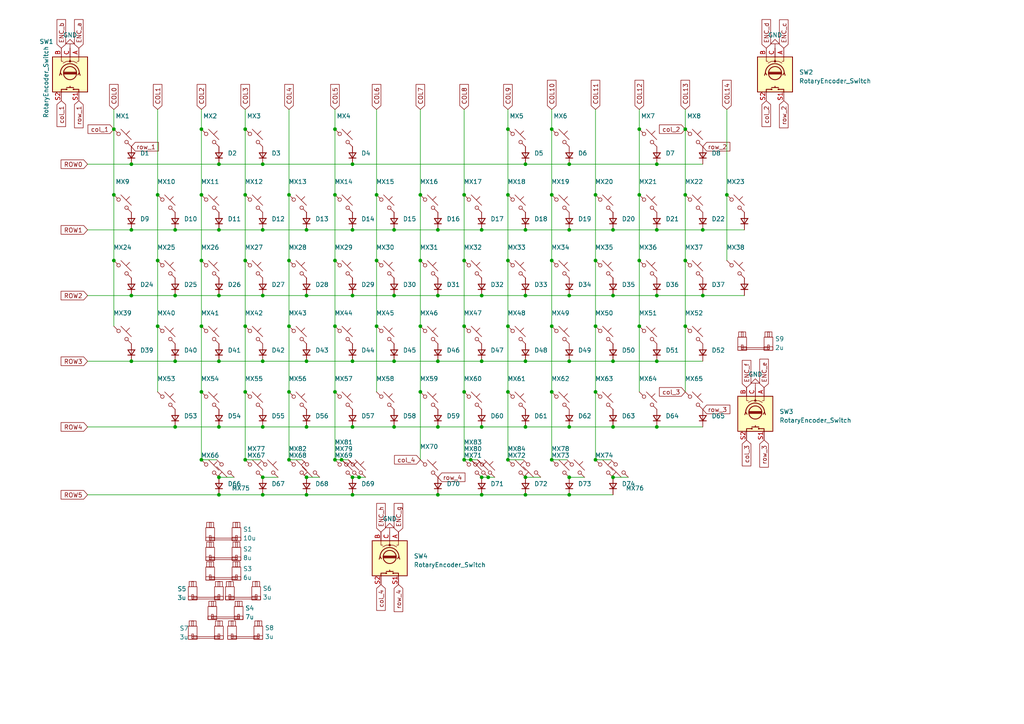
<source format=kicad_sch>
(kicad_sch (version 20230121) (generator eeschema)
  (paper "A4")
  (junction (at 152.4 66.675))
  (junction (at 172.72 75.565))
  (junction (at 190.5 104.775))
  (junction (at 71.12 37.465))
  (junction (at 114.3 123.825))
  (junction (at 76.2 47.625))
  (junction (at 50.8 85.725))
  (junction (at 97.155 37.465))
  (junction (at 102.235 143.51))
  (junction (at 210.82 56.515))
  (junction (at 109.22 75.565))
  (junction (at 165.1 123.825))
  (junction (at 160.02 133.35))
  (junction (at 160.02 56.515))
  (junction (at 185.42 94.615))
  (junction (at 88.9 66.675))
  (junction (at 58.42 113.665))
  (junction (at 177.8 66.675))
  (junction (at 76.2 123.825))
  (junction (at 58.42 94.615))
  (junction (at 50.8 66.675))
  (junction (at 102.235 85.725))
  (junction (at 63.5 104.775))
  (junction (at 88.9 143.51))
  (junction (at 97.155 56.515))
  (junction (at 76.2 85.725))
  (junction (at 147.32 75.565))
  (junction (at 203.835 85.725))
  (junction (at 147.32 113.665))
  (junction (at 45.72 94.615))
  (junction (at 165.1 66.675))
  (junction (at 160.02 37.465))
  (junction (at 76.2 143.51))
  (junction (at 50.8 104.775))
  (junction (at 104.14 138.43))
  (junction (at 185.42 37.465))
  (junction (at 139.7 85.725))
  (junction (at 102.235 123.825))
  (junction (at 109.22 94.615))
  (junction (at 198.755 94.615))
  (junction (at 121.92 113.665))
  (junction (at 45.72 56.515))
  (junction (at 190.5 123.825))
  (junction (at 139.7 66.675))
  (junction (at 134.62 133.35))
  (junction (at 203.835 66.675))
  (junction (at 177.8 138.43))
  (junction (at 45.72 75.565))
  (junction (at 177.8 85.725))
  (junction (at 97.155 133.35))
  (junction (at 114.3 104.775))
  (junction (at 33.02 75.565))
  (junction (at 127 104.775))
  (junction (at 165.1 47.625))
  (junction (at 198.755 37.465))
  (junction (at 190.5 85.725))
  (junction (at 127 66.675))
  (junction (at 63.5 47.625))
  (junction (at 33.02 56.515))
  (junction (at 88.9 104.775))
  (junction (at 63.5 138.43))
  (junction (at 152.4 104.775))
  (junction (at 102.235 47.625))
  (junction (at 58.42 37.465))
  (junction (at 139.7 138.43))
  (junction (at 58.42 133.35))
  (junction (at 198.755 56.515))
  (junction (at 97.155 94.615))
  (junction (at 99.06 133.35))
  (junction (at 141.605 138.43))
  (junction (at 63.5 85.725))
  (junction (at 136.525 133.35))
  (junction (at 160.02 113.665))
  (junction (at 38.1 47.625))
  (junction (at 177.8 104.775))
  (junction (at 63.5 123.825))
  (junction (at 83.82 94.615))
  (junction (at 160.02 94.615))
  (junction (at 147.32 94.615))
  (junction (at 165.1 143.51))
  (junction (at 198.755 75.565))
  (junction (at 97.155 113.665))
  (junction (at 50.8 123.825))
  (junction (at 147.32 56.515))
  (junction (at 83.82 133.35))
  (junction (at 139.7 143.51))
  (junction (at 71.12 94.615))
  (junction (at 185.42 75.565))
  (junction (at 152.4 123.825))
  (junction (at 76.2 66.675))
  (junction (at 114.3 66.675))
  (junction (at 134.62 75.565))
  (junction (at 127 143.51))
  (junction (at 88.9 123.825))
  (junction (at 152.4 143.51))
  (junction (at 172.72 56.515))
  (junction (at 58.42 56.515))
  (junction (at 160.02 75.565))
  (junction (at 33.02 37.465))
  (junction (at 102.235 66.675))
  (junction (at 172.72 94.615))
  (junction (at 121.92 75.565))
  (junction (at 76.2 138.43))
  (junction (at 147.32 37.465))
  (junction (at 83.82 56.515))
  (junction (at 172.72 133.35))
  (junction (at 88.9 138.43))
  (junction (at 172.72 113.665))
  (junction (at 139.7 104.775))
  (junction (at 63.5 143.51))
  (junction (at 165.1 138.43))
  (junction (at 165.1 104.775))
  (junction (at 114.3 85.725))
  (junction (at 177.8 123.825))
  (junction (at 83.82 113.665))
  (junction (at 152.4 47.625))
  (junction (at 76.2 104.775))
  (junction (at 38.1 85.725))
  (junction (at 83.82 75.565))
  (junction (at 152.4 138.43))
  (junction (at 121.92 56.515))
  (junction (at 127 85.725))
  (junction (at 121.92 94.615))
  (junction (at 185.42 56.515))
  (junction (at 134.62 56.515))
  (junction (at 109.22 56.515))
  (junction (at 147.32 133.35))
  (junction (at 71.12 75.565))
  (junction (at 102.235 138.43))
  (junction (at 134.62 94.615))
  (junction (at 88.9 85.725))
  (junction (at 58.42 75.565))
  (junction (at 134.62 113.665))
  (junction (at 102.235 104.775))
  (junction (at 139.7 123.825))
  (junction (at 71.12 56.515))
  (junction (at 190.5 66.675))
  (junction (at 190.5 47.625))
  (junction (at 38.1 104.775))
  (junction (at 71.12 113.665))
  (junction (at 97.155 75.565))
  (junction (at 152.4 85.725))
  (junction (at 63.5 66.675))
  (junction (at 127 123.825))
  (junction (at 71.12 133.35))
  (junction (at 165.1 85.725))
  (junction (at 38.1 66.675))
  (wire (pts (xy 152.4 143.51) (xy 165.1 143.51)))
  (wire (pts (xy 152.4 104.775) (xy 165.1 104.775)))
  (wire (pts (xy 147.32 75.565) (xy 147.32 94.615)))
  (wire (pts (xy 63.5 143.51) (xy 76.2 143.51)))
  (wire (pts (xy 121.92 75.565) (xy 121.92 94.615)))
  (wire (pts (xy 160.02 37.465) (xy 160.02 56.515)))
  (wire (pts (xy 58.42 94.615) (xy 58.42 113.665)))
  (wire (pts (xy 25.4 85.725) (xy 38.1 85.725)))
  (wire (pts (xy 102.235 143.51) (xy 127 143.51)))
  (wire (pts (xy 160.02 113.665) (xy 160.02 133.35)))
  (wire (pts (xy 121.92 31.75) (xy 121.92 56.515)))
  (wire (pts (xy 109.22 75.565) (xy 109.22 94.615)))
  (wire (pts (xy 127 85.725) (xy 139.7 85.725)))
  (wire (pts (xy 102.235 123.825) (xy 114.3 123.825)))
  (wire (pts (xy 88.9 143.51) (xy 102.235 143.51)))
  (wire (pts (xy 83.82 113.665) (xy 83.82 133.35)))
  (wire (pts (xy 177.8 104.775) (xy 190.5 104.775)))
  (wire (pts (xy 71.12 75.565) (xy 71.12 94.615)))
  (wire (pts (xy 134.62 94.615) (xy 134.62 113.665)))
  (wire (pts (xy 198.755 75.565) (xy 198.755 94.615)))
  (wire (pts (xy 63.5 123.825) (xy 76.2 123.825)))
  (wire (pts (xy 114.3 85.725) (xy 127 85.725)))
  (wire (pts (xy 97.155 133.35) (xy 99.06 133.35)))
  (wire (pts (xy 210.82 56.515) (xy 210.82 75.565)))
  (wire (pts (xy 190.5 104.775) (xy 203.835 104.775)))
  (wire (pts (xy 121.92 113.665) (xy 121.92 133.35)))
  (wire (pts (xy 33.02 75.565) (xy 33.02 94.615)))
  (wire (pts (xy 165.1 47.625) (xy 190.5 47.625)))
  (wire (pts (xy 139.7 143.51) (xy 152.4 143.51)))
  (wire (pts (xy 160.02 31.75) (xy 160.02 37.465)))
  (wire (pts (xy 165.1 143.51) (xy 177.8 143.51)))
  (wire (pts (xy 147.32 113.665) (xy 147.32 133.35)))
  (wire (pts (xy 172.72 94.615) (xy 172.72 113.665)))
  (wire (pts (xy 33.02 31.75) (xy 33.02 37.465)))
  (wire (pts (xy 25.4 66.675) (xy 38.1 66.675)))
  (wire (pts (xy 33.02 56.515) (xy 33.02 75.565)))
  (wire (pts (xy 165.1 123.825) (xy 177.8 123.825)))
  (wire (pts (xy 50.8 85.725) (xy 63.5 85.725)))
  (wire (pts (xy 97.155 94.615) (xy 97.155 113.665)))
  (wire (pts (xy 139.7 104.775) (xy 152.4 104.775)))
  (wire (pts (xy 88.9 104.775) (xy 102.235 104.775)))
  (wire (pts (xy 121.92 94.615) (xy 121.92 113.665)))
  (wire (pts (xy 198.755 56.515) (xy 198.755 75.565)))
  (wire (pts (xy 88.9 85.725) (xy 102.235 85.725)))
  (wire (pts (xy 177.8 85.725) (xy 190.5 85.725)))
  (wire (pts (xy 134.62 113.665) (xy 134.62 133.35)))
  (wire (pts (xy 147.32 56.515) (xy 147.32 75.565)))
  (wire (pts (xy 114.3 66.675) (xy 127 66.675)))
  (wire (pts (xy 50.8 66.675) (xy 63.5 66.675)))
  (wire (pts (xy 185.42 94.615) (xy 185.42 113.665)))
  (wire (pts (xy 63.5 47.625) (xy 76.2 47.625)))
  (wire (pts (xy 127 143.51) (xy 139.7 143.51)))
  (wire (pts (xy 152.4 123.825) (xy 165.1 123.825)))
  (wire (pts (xy 109.22 31.75) (xy 109.22 56.515)))
  (wire (pts (xy 83.82 94.615) (xy 83.82 113.665)))
  (wire (pts (xy 147.32 37.465) (xy 147.32 56.515)))
  (wire (pts (xy 102.235 85.725) (xy 114.3 85.725)))
  (wire (pts (xy 99.06 133.35) (xy 100.965 133.35)))
  (wire (pts (xy 172.72 133.35) (xy 177.165 133.35)))
  (wire (pts (xy 190.5 47.625) (xy 203.835 47.625)))
  (wire (pts (xy 58.42 37.465) (xy 58.42 56.515)))
  (wire (pts (xy 71.12 133.35) (xy 75.565 133.35)))
  (wire (pts (xy 165.1 138.43) (xy 169.545 138.43)))
  (wire (pts (xy 45.72 56.515) (xy 45.72 75.565)))
  (wire (pts (xy 25.4 47.625) (xy 38.1 47.625)))
  (wire (pts (xy 50.8 123.825) (xy 63.5 123.825)))
  (wire (pts (xy 203.835 85.725) (xy 215.9 85.725)))
  (wire (pts (xy 172.72 75.565) (xy 172.72 94.615)))
  (wire (pts (xy 97.155 75.565) (xy 97.155 94.615)))
  (wire (pts (xy 185.42 31.75) (xy 185.42 37.465)))
  (wire (pts (xy 97.155 56.515) (xy 97.155 75.565)))
  (wire (pts (xy 71.12 37.465) (xy 71.12 56.515)))
  (wire (pts (xy 198.755 31.75) (xy 198.755 37.465)))
  (wire (pts (xy 45.72 31.75) (xy 45.72 56.515)))
  (wire (pts (xy 147.32 133.35) (xy 151.765 133.35)))
  (wire (pts (xy 185.42 75.565) (xy 185.42 94.615)))
  (wire (pts (xy 177.8 138.43) (xy 182.245 138.43)))
  (wire (pts (xy 160.02 56.515) (xy 160.02 75.565)))
  (wire (pts (xy 139.7 85.725) (xy 152.4 85.725)))
  (wire (pts (xy 97.155 31.75) (xy 97.155 37.465)))
  (wire (pts (xy 71.12 113.665) (xy 71.12 133.35)))
  (wire (pts (xy 45.72 75.565) (xy 45.72 94.615)))
  (wire (pts (xy 58.42 113.665) (xy 58.42 133.35)))
  (wire (pts (xy 88.9 138.43) (xy 92.71 138.43)))
  (wire (pts (xy 38.1 85.725) (xy 50.8 85.725)))
  (wire (pts (xy 88.9 123.825) (xy 102.235 123.825)))
  (wire (pts (xy 147.32 31.75) (xy 147.32 37.465)))
  (wire (pts (xy 160.02 75.565) (xy 160.02 94.615)))
  (wire (pts (xy 185.42 56.515) (xy 185.42 75.565)))
  (wire (pts (xy 127 123.825) (xy 139.7 123.825)))
  (wire (pts (xy 102.235 138.43) (xy 104.14 138.43)))
  (wire (pts (xy 139.7 138.43) (xy 141.605 138.43)))
  (wire (pts (xy 160.02 94.615) (xy 160.02 113.665)))
  (wire (pts (xy 139.7 66.675) (xy 152.4 66.675)))
  (wire (pts (xy 63.5 85.725) (xy 76.2 85.725)))
  (wire (pts (xy 165.1 85.725) (xy 177.8 85.725)))
  (wire (pts (xy 102.235 66.675) (xy 114.3 66.675)))
  (wire (pts (xy 177.8 123.825) (xy 190.5 123.825)))
  (wire (pts (xy 134.62 31.75) (xy 134.62 56.515)))
  (wire (pts (xy 152.4 85.725) (xy 165.1 85.725)))
  (wire (pts (xy 172.72 31.75) (xy 172.72 56.515)))
  (wire (pts (xy 71.12 31.75) (xy 71.12 37.465)))
  (wire (pts (xy 71.12 94.615) (xy 71.12 113.665)))
  (wire (pts (xy 76.2 66.675) (xy 88.9 66.675)))
  (wire (pts (xy 121.92 56.515) (xy 121.92 75.565)))
  (wire (pts (xy 38.1 66.675) (xy 50.8 66.675)))
  (wire (pts (xy 76.2 143.51) (xy 88.9 143.51)))
  (wire (pts (xy 102.235 47.625) (xy 152.4 47.625)))
  (wire (pts (xy 102.235 104.775) (xy 114.3 104.775)))
  (wire (pts (xy 38.1 104.775) (xy 50.8 104.775)))
  (wire (pts (xy 38.1 47.625) (xy 63.5 47.625)))
  (wire (pts (xy 198.755 94.615) (xy 198.755 113.665)))
  (wire (pts (xy 63.5 138.43) (xy 67.945 138.43)))
  (wire (pts (xy 25.4 104.775) (xy 38.1 104.775)))
  (wire (pts (xy 165.1 104.775) (xy 177.8 104.775)))
  (wire (pts (xy 76.2 104.775) (xy 88.9 104.775)))
  (wire (pts (xy 83.82 56.515) (xy 83.82 75.565)))
  (wire (pts (xy 136.525 133.35) (xy 138.43 133.35)))
  (wire (pts (xy 88.9 66.675) (xy 102.235 66.675)))
  (wire (pts (xy 25.4 143.51) (xy 63.5 143.51)))
  (wire (pts (xy 172.72 113.665) (xy 172.72 133.35)))
  (wire (pts (xy 58.42 31.75) (xy 58.42 37.465)))
  (wire (pts (xy 127 104.775) (xy 139.7 104.775)))
  (wire (pts (xy 127 66.675) (xy 139.7 66.675)))
  (wire (pts (xy 141.605 138.43) (xy 143.51 138.43)))
  (wire (pts (xy 114.3 104.775) (xy 127 104.775)))
  (wire (pts (xy 76.2 123.825) (xy 88.9 123.825)))
  (wire (pts (xy 97.155 37.465) (xy 97.155 56.515)))
  (wire (pts (xy 83.82 31.75) (xy 83.82 56.515)))
  (wire (pts (xy 58.42 75.565) (xy 58.42 94.615)))
  (wire (pts (xy 104.14 138.43) (xy 106.045 138.43)))
  (wire (pts (xy 210.82 31.75) (xy 210.82 56.515)))
  (wire (pts (xy 83.82 75.565) (xy 83.82 94.615)))
  (wire (pts (xy 190.5 66.675) (xy 203.835 66.675)))
  (wire (pts (xy 76.2 47.625) (xy 102.235 47.625)))
  (wire (pts (xy 83.82 133.35) (xy 87.63 133.35)))
  (wire (pts (xy 63.5 104.775) (xy 76.2 104.775)))
  (wire (pts (xy 114.3 123.825) (xy 127 123.825)))
  (wire (pts (xy 177.8 66.675) (xy 190.5 66.675)))
  (wire (pts (xy 165.1 66.675) (xy 177.8 66.675)))
  (wire (pts (xy 198.755 37.465) (xy 198.755 56.515)))
  (wire (pts (xy 139.7 123.825) (xy 152.4 123.825)))
  (wire (pts (xy 190.5 123.825) (xy 203.835 123.825)))
  (wire (pts (xy 134.62 133.35) (xy 136.525 133.35)))
  (wire (pts (xy 58.42 133.35) (xy 62.865 133.35)))
  (wire (pts (xy 109.22 56.515) (xy 109.22 75.565)))
  (wire (pts (xy 25.4 123.825) (xy 50.8 123.825)))
  (wire (pts (xy 152.4 66.675) (xy 165.1 66.675)))
  (wire (pts (xy 50.8 104.775) (xy 63.5 104.775)))
  (wire (pts (xy 152.4 138.43) (xy 156.845 138.43)))
  (wire (pts (xy 33.02 37.465) (xy 33.02 56.515)))
  (wire (pts (xy 109.22 94.615) (xy 109.22 113.665)))
  (wire (pts (xy 190.5 85.725) (xy 203.835 85.725)))
  (wire (pts (xy 97.155 113.665) (xy 97.155 133.35)))
  (wire (pts (xy 134.62 75.565) (xy 134.62 94.615)))
  (wire (pts (xy 58.42 56.515) (xy 58.42 75.565)))
  (wire (pts (xy 160.02 133.35) (xy 164.465 133.35)))
  (wire (pts (xy 76.2 138.43) (xy 80.645 138.43)))
  (wire (pts (xy 134.62 56.515) (xy 134.62 75.565)))
  (wire (pts (xy 203.835 66.675) (xy 215.9 66.675)))
  (wire (pts (xy 71.12 56.515) (xy 71.12 75.565)))
  (wire (pts (xy 152.4 47.625) (xy 165.1 47.625)))
  (wire (pts (xy 147.32 94.615) (xy 147.32 113.665)))
  (wire (pts (xy 185.42 37.465) (xy 185.42 56.515)))
  (wire (pts (xy 172.72 56.515) (xy 172.72 75.565)))
  (wire (pts (xy 45.72 94.615) (xy 45.72 113.665)))
  (wire (pts (xy 76.2 85.725) (xy 88.9 85.725)))
  (wire (pts (xy 63.5 66.675) (xy 76.2 66.675)))
  (global_label "COL14" (shape input) (at 210.82 31.75 90) (property "Intersheetrefs" "${INTERSHEET_REFS}" (effects hide)))
  (global_label "COL3" (shape input) (at 71.12 31.75 90) (property "Intersheetrefs" "${INTERSHEET_REFS}" (effects hide)))
  (global_label "row_4" (shape input) (at 115.57 169.545 270) (property "Intersheetrefs" "${INTERSHEET_REFS}" (effects hide)))
  (global_label "row_2" (shape input) (at 227.33 29.21 270) (property "Intersheetrefs" "${INTERSHEET_REFS}" (effects hide)))
  (global_label "COL1" (shape input) (at 45.72 31.75 90) (property "Intersheetrefs" "${INTERSHEET_REFS}" (effects hide)))
  (global_label "COL9" (shape input) (at 147.32 31.75 90) (property "Intersheetrefs" "${INTERSHEET_REFS}" (effects hide)))
  (global_label "col_2" (shape input) (at 198.755 37.465 180) (property "Intersheetrefs" "${INTERSHEET_REFS}" (effects hide)))
  (global_label "row_3" (shape input) (at 221.615 127.635 270) (property "Intersheetrefs" "${INTERSHEET_REFS}" (effects hide)))
  (global_label "row_1" (shape input) (at 22.86 29.21 270) (property "Intersheetrefs" "${INTERSHEET_REFS}" (effects hide)))
  (global_label "ENC_a" (shape input) (at 22.86 13.97 90) (property "Intersheetrefs" "${INTERSHEET_REFS}" (effects hide)))
  (global_label "ROW2" (shape input) (at 25.4 85.725 180) (property "Intersheetrefs" "${INTERSHEET_REFS}" (effects hide)))
  (global_label "ENC_h" (shape input) (at 110.49 154.305 90) (property "Intersheetrefs" "${INTERSHEET_REFS}" (effects hide)))
  (global_label "COL6" (shape input) (at 109.22 31.75 90) (property "Intersheetrefs" "${INTERSHEET_REFS}" (effects hide)))
  (global_label "COL13" (shape input) (at 198.755 31.75 90) (property "Intersheetrefs" "${INTERSHEET_REFS}" (effects hide)))
  (global_label "col_3" (shape input) (at 198.755 113.665 180) (property "Intersheetrefs" "${INTERSHEET_REFS}" (effects hide)))
  (global_label "COL2" (shape input) (at 58.42 31.75 90) (property "Intersheetrefs" "${INTERSHEET_REFS}" (effects hide)))
  (global_label "COL7" (shape input) (at 121.92 31.75 90) (property "Intersheetrefs" "${INTERSHEET_REFS}" (effects hide)))
  (global_label "row_4" (shape input) (at 127 138.43 0) (property "Intersheetrefs" "${INTERSHEET_REFS}" (effects hide)))
  (global_label "COL10" (shape input) (at 160.02 31.75 90) (property "Intersheetrefs" "${INTERSHEET_REFS}" (effects hide)))
  (global_label "col_1" (shape input) (at 33.02 37.465 180) (property "Intersheetrefs" "${INTERSHEET_REFS}" (effects hide)))
  (global_label "ENC_d" (shape input) (at 222.25 13.97 90) (property "Intersheetrefs" "${INTERSHEET_REFS}" (effects hide)))
  (global_label "COL4" (shape input) (at 83.82 31.75 90) (property "Intersheetrefs" "${INTERSHEET_REFS}" (effects hide)))
  (global_label "ROW1" (shape input) (at 25.4 66.675 180) (property "Intersheetrefs" "${INTERSHEET_REFS}" (effects hide)))
  (global_label "ROW5" (shape input) (at 25.4 143.51 180) (property "Intersheetrefs" "${INTERSHEET_REFS}" (effects hide)))
  (global_label "ENC_b" (shape input) (at 17.78 13.97 90) (property "Intersheetrefs" "${INTERSHEET_REFS}" (effects hide)))
  (global_label "row_2" (shape input) (at 203.835 42.545 0) (property "Intersheetrefs" "${INTERSHEET_REFS}" (effects hide)))
  (global_label "ENC_c" (shape input) (at 227.33 13.97 90) (property "Intersheetrefs" "${INTERSHEET_REFS}" (effects hide)))
  (global_label "row_1" (shape input) (at 38.1 42.545 0) (property "Intersheetrefs" "${INTERSHEET_REFS}" (effects hide)))
  (global_label "COL11" (shape input) (at 172.72 31.75 90) (property "Intersheetrefs" "${INTERSHEET_REFS}" (effects hide)))
  (global_label "ROW0" (shape input) (at 25.4 47.625 180) (property "Intersheetrefs" "${INTERSHEET_REFS}" (effects hide)))
  (global_label "COL12" (shape input) (at 185.42 31.75 90) (property "Intersheetrefs" "${INTERSHEET_REFS}" (effects hide)))
  (global_label "col_3" (shape input) (at 216.535 127.635 270) (property "Intersheetrefs" "${INTERSHEET_REFS}" (effects hide)))
  (global_label "ENC_f" (shape input) (at 216.535 112.395 90) (property "Intersheetrefs" "${INTERSHEET_REFS}" (effects hide)))
  (global_label "COL8" (shape input) (at 134.62 31.75 90) (property "Intersheetrefs" "${INTERSHEET_REFS}" (effects hide)))
  (global_label "row_3" (shape input) (at 203.835 118.745 0) (property "Intersheetrefs" "${INTERSHEET_REFS}" (effects hide)))
  (global_label "col_4" (shape input) (at 121.92 133.35 180) (property "Intersheetrefs" "${INTERSHEET_REFS}" (effects hide)))
  (global_label "COL0" (shape input) (at 33.02 31.75 90) (property "Intersheetrefs" "${INTERSHEET_REFS}" (effects hide)))
  (global_label "COL5" (shape input) (at 97.155 31.75 90) (property "Intersheetrefs" "${INTERSHEET_REFS}" (effects hide)))
  (global_label "col_1" (shape input) (at 17.78 29.21 270) (property "Intersheetrefs" "${INTERSHEET_REFS}" (effects hide)))
  (global_label "ROW3" (shape input) (at 25.4 104.775 180) (property "Intersheetrefs" "${INTERSHEET_REFS}" (effects hide)))
  (global_label "col_2" (shape input) (at 222.25 29.21 270) (property "Intersheetrefs" "${INTERSHEET_REFS}" (effects hide)))
  (global_label "ROW4" (shape input) (at 25.4 123.825 180) (property "Intersheetrefs" "${INTERSHEET_REFS}" (effects hide)))
  (global_label "ENC_e" (shape input) (at 221.615 112.395 90) (property "Intersheetrefs" "${INTERSHEET_REFS}" (effects hide)))
  (global_label "col_4" (shape input) (at 110.49 169.545 270) (property "Intersheetrefs" "${INTERSHEET_REFS}" (effects hide)))
  (global_label "ENC_g" (shape input) (at 115.57 154.305 90) (property "Intersheetrefs" "${INTERSHEET_REFS}" (effects hide)))
  (symbol (lib_id "Device:D_Small") (at 152.4 45.085 90) (unit 1)
    (property "Reference" "D5" (at 154.94 44.45 90) (effects (justify right)))
    (property "Value" "D_Small" (effects hide))
    (property "Footprint" "Diode_SMD:D_SOD-123F" (effects hide))
    (property "Sim.Device" "D" (effects hide))
    (property "Sim.Pins" "1=K 2=A" (effects hide))
  )
  (symbol (lib_id "PCM_marbastlib-mx:MX_SW_solder") (at 73.66 40.005 0) (unit 1)
    (property "Reference" "MX3" (at 73.66 33.655 0))
    (property "Value" "MX_SW_solder" (effects hide))
    (property "Footprint" "PCM_marbastlib-xp-alps:SW_Alps_MX_1.5u" (effects hide))
  )
  (symbol (lib_id "Device:D_Small") (at 50.8 83.185 90) (unit 1)
    (property "Reference" "D25" (at 53.34 82.55 90) (effects (justify right)))
    (property "Value" "D_Small" (effects hide))
    (property "Footprint" "Diode_SMD:D_SOD-123F" (effects hide))
    (property "Sim.Device" "D" (effects hide))
    (property "Sim.Pins" "1=K 2=A" (effects hide))
  )
  (symbol (lib_id "PCM_marbastlib-mx:MX_SW_solder") (at 149.86 59.055 0) (unit 1)
    (property "Reference" "MX18" (at 149.86 52.705 0))
    (property "Value" "MX_SW_solder" (effects hide))
    (property "Footprint" "PCM_marbastlib-xp-alps:SW_Alps_MX_1u" (effects hide))
  )
  (symbol (lib_id "Device:D_Small") (at 203.835 83.185 90) (unit 1)
    (property "Reference" "D37" (at 206.375 82.55 90) (effects (justify right)))
    (property "Value" "D_Small" (effects hide))
    (property "Footprint" "Diode_SMD:D_SOD-123F" (effects hide))
    (property "Sim.Device" "D" (effects hide))
    (property "Sim.Pins" "1=K 2=A" (effects hide))
  )
  (symbol (lib_id "PCM_marbastlib-mx:MX_SW_solder") (at 73.66 116.205 0) (unit 1)
    (property "Reference" "MX55" (at 73.66 109.855 0))
    (property "Value" "MX_SW_solder" (effects hide))
    (property "Footprint" "PCM_marbastlib-xp-alps:SW_Alps_MX_1u" (effects hide))
  )
  (symbol (lib_id "Device:D_Small") (at 152.4 140.97 90) (unit 1)
    (property "Reference" "D72" (at 154.94 140.335 90) (effects (justify right)))
    (property "Value" "D_Small" (effects hide))
    (property "Footprint" "Diode_SMD:D_SOD-123F" (effects hide))
    (property "Sim.Device" "D" (effects hide))
    (property "Sim.Pins" "1=K 2=A" (effects hide))
  )
  (symbol (lib_id "Device:D_Small") (at 76.2 64.135 90) (unit 1)
    (property "Reference" "D12" (at 78.74 63.5 90) (effects (justify right)))
    (property "Value" "D_Small" (effects hide))
    (property "Footprint" "Diode_SMD:D_SOD-123F" (effects hide))
    (property "Sim.Device" "D" (effects hide))
    (property "Sim.Pins" "1=K 2=A" (effects hide))
  )
  (symbol (lib_id "Device:D_Small") (at 88.9 121.285 90) (unit 1)
    (property "Reference" "D56" (at 91.44 120.65 90) (effects (justify right)))
    (property "Value" "D_Small" (effects hide))
    (property "Footprint" "Diode_SMD:D_SOD-123F" (effects hide))
    (property "Sim.Device" "D" (effects hide))
    (property "Sim.Pins" "1=K 2=A" (effects hide))
  )
  (symbol (lib_id "Device:RotaryEncoder_Switch") (at 113.03 161.925 270) (unit 1)
    (property "Reference" "SW4" (at 120.015 161.29 90) (effects (justify left)))
    (property "Value" "RotaryEncoder_Switch" (at 120.015 163.83 90) (effects (justify left)))
    (property "Footprint" "PCM_marbastlib-various:ROT_Alps_EC11E-Switch" (effects hide))
  )
  (symbol (lib_id "Device:D_Small") (at 139.7 64.135 90) (unit 1)
    (property "Reference" "D17" (at 142.24 63.5 90) (effects (justify right)))
    (property "Value" "D_Small" (effects hide))
    (property "Footprint" "Diode_SMD:D_SOD-123F" (effects hide))
    (property "Sim.Device" "D" (effects hide))
    (property "Sim.Pins" "1=K 2=A" (effects hide))
  )
  (symbol (lib_id "Device:D_Small") (at 38.1 64.135 90) (unit 1)
    (property "Reference" "D9" (at 40.64 63.5 90) (effects (justify right)))
    (property "Value" "D_Small" (effects hide))
    (property "Footprint" "Diode_SMD:D_SOD-123F" (effects hide))
    (property "Sim.Device" "D" (effects hide))
    (property "Sim.Pins" "1=K 2=A" (effects hide))
  )
  (symbol (lib_id "PCM_marbastlib-mx:MX_SW_solder") (at 162.56 135.89 0) (unit 1)
    (property "Reference" "MX73" (at 162.56 132.08 0))
    (property "Value" "MX_SW_solder" (effects hide))
    (property "Footprint" "PCM_marbastlib-xp-alps:SW_Alps_MX_1u" (effects hide))
  )
  (symbol (lib_id "PCM_marbastlib-mx:MX_SW_solder") (at 149.86 116.205 0) (unit 1)
    (property "Reference" "MX61" (at 149.86 109.855 0))
    (property "Value" "MX_SW_solder" (effects hide))
    (property "Footprint" "PCM_marbastlib-xp-alps:SW_Alps_MX_1u" (effects hide))
  )
  (symbol (lib_id "PCM_marbastlib-mx:MX_SW_solder") (at 201.295 59.055 0) (unit 1)
    (property "Reference" "MX22" (at 201.295 52.705 0))
    (property "Value" "MX_SW_solder" (effects hide))
    (property "Footprint" "PCM_marbastlib-xp-alps:SW_Alps_MX_1u" (effects hide))
  )
  (symbol (lib_id "power:GND") (at 113.03 154.305 180) (unit 1)
    (property "Reference" "#PWR04" (effects hide))
    (property "Value" "GND" (at 113.03 150.495 0))
  )
  (symbol (lib_id "PCM_marbastlib-mx:MX_stab") (at 70.485 171.45 0) (unit 1)
    (property "Reference" "S6" (at 76.2 170.688 0) (effects (justify left)))
    (property "Value" "3u" (at 76.2 173.228 0) (effects (justify left)))
    (property "Footprint" "PCM_marbastlib-mx:STAB_MX_3u" (effects hide))
  )
  (symbol (lib_id "PCM_marbastlib-mx:MX_SW_solder") (at 201.295 116.205 0) (unit 1)
    (property "Reference" "MX65" (at 201.295 109.855 0))
    (property "Value" "MX_SW_solder" (effects hide))
    (property "Footprint" "PCM_marbastlib-xp-alps:SW_Alps_MX_1u" (effects hide))
  )
  (symbol (lib_id "Device:D_Small") (at 88.9 83.185 90) (unit 1)
    (property "Reference" "D28" (at 91.44 82.55 90) (effects (justify right)))
    (property "Value" "D_Small" (effects hide))
    (property "Footprint" "Diode_SMD:D_SOD-123F" (effects hide))
    (property "Sim.Device" "D" (effects hide))
    (property "Sim.Pins" "1=K 2=A" (effects hide))
  )
  (symbol (lib_id "Device:D_Small") (at 139.7 83.185 90) (unit 1)
    (property "Reference" "D32" (at 142.24 82.55 90) (effects (justify right)))
    (property "Value" "D_Small" (effects hide))
    (property "Footprint" "Diode_SMD:D_SOD-123F" (effects hide))
    (property "Sim.Device" "D" (effects hide))
    (property "Sim.Pins" "1=K 2=A" (effects hide))
  )
  (symbol (lib_id "Device:D_Small") (at 127 140.97 90) (unit 1)
    (property "Reference" "D70" (at 129.54 140.335 90) (effects (justify right)))
    (property "Value" "D_Small" (effects hide))
    (property "Footprint" "Diode_SMD:D_SOD-123F" (effects hide))
    (property "Sim.Device" "D" (effects hide))
    (property "Sim.Pins" "1=K 2=A" (effects hide))
  )
  (symbol (lib_id "PCM_marbastlib-mx:MX_SW_solder") (at 162.56 40.005 0) (unit 1)
    (property "Reference" "MX6" (at 162.56 33.655 0))
    (property "Value" "MX_SW_solder" (effects hide))
    (property "Footprint" "PCM_marbastlib-xp-alps:SW_Alps_MX_1.5u" (effects hide))
  )
  (symbol (lib_id "Device:D_Small") (at 76.2 102.235 90) (unit 1)
    (property "Reference" "D42" (at 78.74 101.6 90) (effects (justify right)))
    (property "Value" "D_Small" (effects hide))
    (property "Footprint" "Diode_SMD:D_SOD-123F" (effects hide))
    (property "Sim.Device" "D" (effects hide))
    (property "Sim.Pins" "1=K 2=A" (effects hide))
  )
  (symbol (lib_id "PCM_marbastlib-mx:MX_SW_solder") (at 137.16 78.105 0) (unit 1)
    (property "Reference" "MX32" (at 137.16 71.755 0))
    (property "Value" "MX_SW_solder" (effects hide))
    (property "Footprint" "PCM_marbastlib-xp-alps:SW_Alps_MX_1u" (effects hide))
  )
  (symbol (lib_id "Device:D_Small") (at 190.5 121.285 90) (unit 1)
    (property "Reference" "D64" (at 193.04 120.65 90) (effects (justify right)))
    (property "Value" "D_Small" (effects hide))
    (property "Footprint" "Diode_SMD:D_SOD-123F" (effects hide))
    (property "Sim.Device" "D" (effects hide))
    (property "Sim.Pins" "1=K 2=A" (effects hide))
  )
  (symbol (lib_id "Device:D_Small") (at 50.8 102.235 90) (unit 1)
    (property "Reference" "D40" (at 53.34 101.6 90) (effects (justify right)))
    (property "Value" "D_Small" (effects hide))
    (property "Footprint" "Diode_SMD:D_SOD-123F" (effects hide))
    (property "Sim.Device" "D" (effects hide))
    (property "Sim.Pins" "1=K 2=A" (effects hide))
  )
  (symbol (lib_id "PCM_marbastlib-mx:MX_SW_solder") (at 103.505 135.89 0) (unit 1)
    (property "Reference" "MX81" (at 99.695 128.27 0))
    (property "Value" "MX_SW_solder" (effects hide))
    (property "Footprint" "PCM_marbastlib-xp-alps:SW_Alps_MX_1u" (effects hide))
  )
  (symbol (lib_id "PCM_marbastlib-mx:MX_SW_solder") (at 213.36 59.055 0) (unit 1)
    (property "Reference" "MX23" (at 213.36 52.705 0))
    (property "Value" "MX_SW_solder" (effects hide))
    (property "Footprint" "PCM_marbastlib-xp-alps:SW_Alps_MX_1u" (effects hide))
  )
  (symbol (lib_id "PCM_marbastlib-mx:MX_SW_solder") (at 149.86 97.155 0) (unit 1)
    (property "Reference" "MX48" (at 149.86 90.805 0))
    (property "Value" "MX_SW_solder" (effects hide))
    (property "Footprint" "PCM_marbastlib-xp-alps:SW_Alps_MX_1u" (effects hide))
  )
  (symbol (lib_id "PCM_marbastlib-mx:MX_SW_solder") (at 60.96 135.89 0) (unit 1)
    (property "Reference" "MX66" (at 60.96 132.08 0))
    (property "Value" "MX_SW_solder" (effects hide))
    (property "Footprint" "PCM_marbastlib-xp-alps:SW_Alps_MX_1u" (effects hide))
  )
  (symbol (lib_id "Device:D_Small") (at 215.9 64.135 90) (unit 1)
    (property "Reference" "D23" (effects hide))
    (property "Value" "D_Small" (effects hide))
    (property "Footprint" "Diode_SMD:D_SOD-123F" (effects hide))
    (property "Sim.Device" "D" (effects hide))
    (property "Sim.Pins" "1=K 2=A" (effects hide))
  )
  (symbol (lib_id "Device:D_Small") (at 50.8 64.135 90) (unit 1)
    (property "Reference" "D10" (at 53.34 63.5 90) (effects (justify right)))
    (property "Value" "D_Small" (effects hide))
    (property "Footprint" "Diode_SMD:D_SOD-123F" (effects hide))
    (property "Sim.Device" "D" (effects hide))
    (property "Sim.Pins" "1=K 2=A" (effects hide))
  )
  (symbol (lib_id "PCM_marbastlib-mx:MX_SW_solder") (at 162.56 97.155 0) (unit 1)
    (property "Reference" "MX49" (at 162.56 90.805 0))
    (property "Value" "MX_SW_solder" (effects hide))
    (property "Footprint" "PCM_marbastlib-xp-alps:SW_Alps_MX_1u" (effects hide))
  )
  (symbol (lib_id "PCM_marbastlib-mx:MX_stab") (at 64.77 160.02 0) (unit 1)
    (property "Reference" "S2" (at 70.485 159.258 0) (effects (justify left)))
    (property "Value" "8u" (at 70.485 161.798 0) (effects (justify left)))
    (property "Footprint" "PCM_marbastlib-mx:STAB_MX_8u" (effects hide))
  )
  (symbol (lib_id "PCM_marbastlib-mx:MX_SW_solder") (at 48.26 78.105 0) (unit 1)
    (property "Reference" "MX25" (at 48.26 71.755 0))
    (property "Value" "MX_SW_solder" (effects hide))
    (property "Footprint" "PCM_marbastlib-xp-alps:SW_Alps_MX_1u" (effects hide))
  )
  (symbol (lib_id "Device:D_Small") (at 177.8 64.135 90) (unit 1)
    (property "Reference" "D20" (at 180.34 63.5 90) (effects (justify right)))
    (property "Value" "D_Small" (effects hide))
    (property "Footprint" "Diode_SMD:D_SOD-123F" (effects hide))
    (property "Sim.Device" "D" (effects hide))
    (property "Sim.Pins" "1=K 2=A" (effects hide))
  )
  (symbol (lib_id "Device:D_Small") (at 38.1 83.185 90) (unit 1)
    (property "Reference" "D24" (at 40.64 82.55 90) (effects (justify right)))
    (property "Value" "D_Small" (effects hide))
    (property "Footprint" "Diode_SMD:D_SOD-123F" (effects hide))
    (property "Sim.Device" "D" (effects hide))
    (property "Sim.Pins" "1=K 2=A" (effects hide))
  )
  (symbol (lib_id "Device:D_Small") (at 152.4 83.185 90) (unit 1)
    (property "Reference" "D33" (at 154.94 82.55 90) (effects (justify right)))
    (property "Value" "D_Small" (effects hide))
    (property "Footprint" "Diode_SMD:D_SOD-123F" (effects hide))
    (property "Sim.Device" "D" (effects hide))
    (property "Sim.Pins" "1=K 2=A" (effects hide))
  )
  (symbol (lib_id "Device:D_Small") (at 203.835 64.135 90) (unit 1)
    (property "Reference" "D22" (at 206.375 63.5 90) (effects (justify right)))
    (property "Value" "D_Small" (effects hide))
    (property "Footprint" "Diode_SMD:D_SOD-123F" (effects hide))
    (property "Sim.Device" "D" (effects hide))
    (property "Sim.Pins" "1=K 2=A" (effects hide))
  )
  (symbol (lib_id "Device:D_Small") (at 88.9 102.235 90) (unit 1)
    (property "Reference" "D43" (at 91.44 101.6 90) (effects (justify right)))
    (property "Value" "D_Small" (effects hide))
    (property "Footprint" "Diode_SMD:D_SOD-123F" (effects hide))
    (property "Sim.Device" "D" (effects hide))
    (property "Sim.Pins" "1=K 2=A" (effects hide))
  )
  (symbol (lib_id "PCM_marbastlib-mx:MX_stab") (at 219.075 99.06 0) (unit 1)
    (property "Reference" "S9" (at 224.79 98.298 0) (effects (justify left)))
    (property "Value" "2u" (at 224.79 100.838 0) (effects (justify left)))
    (property "Footprint" "PCM_marbastlib-mx:STAB_MX_2u" (effects hide))
  )
  (symbol (lib_id "Device:D_Small") (at 102.235 83.185 90) (unit 1)
    (property "Reference" "D29" (at 104.775 82.55 90) (effects (justify right)))
    (property "Value" "D_Small" (effects hide))
    (property "Footprint" "Diode_SMD:D_SOD-123F" (effects hide))
    (property "Sim.Device" "D" (effects hide))
    (property "Sim.Pins" "1=K 2=A" (effects hide))
  )
  (symbol (lib_id "PCM_marbastlib-mx:MX_SW_solder") (at 99.695 40.005 0) (unit 1)
    (property "Reference" "MX4" (at 99.695 33.655 0))
    (property "Value" "MX_SW_solder" (effects hide))
    (property "Footprint" "PCM_marbastlib-xp-alps:SW_Alps_MX_1.5u" (effects hide))
  )
  (symbol (lib_id "Device:D_Small") (at 38.1 102.235 90) (unit 1)
    (property "Reference" "D39" (at 40.64 101.6 90) (effects (justify right)))
    (property "Value" "D_Small" (effects hide))
    (property "Footprint" "Diode_SMD:D_SOD-123F" (effects hide))
    (property "Sim.Device" "D" (effects hide))
    (property "Sim.Pins" "1=K 2=A" (effects hide))
  )
  (symbol (lib_id "Device:D_Small") (at 139.7 121.285 90) (unit 1)
    (property "Reference" "D60" (at 142.24 120.65 90) (effects (justify right)))
    (property "Value" "D_Small" (effects hide))
    (property "Footprint" "Diode_SMD:D_SOD-123F" (effects hide))
    (property "Sim.Device" "D" (effects hide))
    (property "Sim.Pins" "1=K 2=A" (effects hide))
  )
  (symbol (lib_id "PCM_marbastlib-mx:MX_SW_solder") (at 78.105 135.89 0) (unit 1)
    (property "Reference" "MX77" (at 74.295 130.175 0))
    (property "Value" "MX_SW_solder" (effects hide))
    (property "Footprint" "PCM_marbastlib-xp-alps:SW_Alps_MX_1.25u" (effects hide))
  )
  (symbol (lib_id "Device:D_Small") (at 165.1 121.285 90) (unit 1)
    (property "Reference" "D62" (at 167.64 120.65 90) (effects (justify right)))
    (property "Value" "D_Small" (effects hide))
    (property "Footprint" "Diode_SMD:D_SOD-123F" (effects hide))
    (property "Sim.Device" "D" (effects hide))
    (property "Sim.Pins" "1=K 2=A" (effects hide))
  )
  (symbol (lib_id "PCM_marbastlib-mx:MX_SW_solder") (at 139.065 135.89 0) (unit 1)
    (property "Reference" "MX80" (at 137.16 130.175 0))
    (property "Value" "MX_SW_solder" (effects hide))
    (property "Footprint" "PCM_marbastlib-xp-alps:SW_Alps_MX_1.75u" (effects hide))
  )
  (symbol (lib_id "Device:D_Small") (at 165.1 83.185 90) (unit 1)
    (property "Reference" "D34" (at 167.64 82.55 90) (effects (justify right)))
    (property "Value" "D_Small" (effects hide))
    (property "Footprint" "Diode_SMD:D_SOD-123F" (effects hide))
    (property "Sim.Device" "D" (effects hide))
    (property "Sim.Pins" "1=K 2=A" (effects hide))
  )
  (symbol (lib_id "PCM_marbastlib-mx:MX_SW_solder") (at 111.76 97.155 0) (unit 1)
    (property "Reference" "MX45" (at 111.76 90.805 0))
    (property "Value" "MX_SW_solder" (effects hide))
    (property "Footprint" "PCM_marbastlib-xp-alps:SW_Alps_MX_1u" (effects hide))
  )
  (symbol (lib_id "PCM_marbastlib-mx:MX_SW_solder") (at 175.26 97.155 0) (unit 1)
    (property "Reference" "MX50" (at 175.26 90.805 0))
    (property "Value" "MX_SW_solder" (effects hide))
    (property "Footprint" "PCM_marbastlib-xp-alps:SW_Alps_MX_1u" (effects hide))
  )
  (symbol (lib_id "Device:RotaryEncoder_Switch") (at 224.79 21.59 270) (unit 1)
    (property "Reference" "SW2" (at 231.775 20.955 90) (effects (justify left)))
    (property "Value" "RotaryEncoder_Switch" (at 231.775 23.495 90) (effects (justify left)))
    (property "Footprint" "PCM_marbastlib-various:ROT_Alps_EC11E-Switch" (effects hide))
  )
  (symbol (lib_id "Device:D_Small") (at 114.3 64.135 90) (unit 1)
    (property "Reference" "D15" (at 116.84 63.5 90) (effects (justify right)))
    (property "Value" "D_Small" (effects hide))
    (property "Footprint" "Diode_SMD:D_SOD-123F" (effects hide))
    (property "Sim.Device" "D" (effects hide))
    (property "Sim.Pins" "1=K 2=A" (effects hide))
  )
  (symbol (lib_id "PCM_marbastlib-mx:MX_SW_solder") (at 154.305 135.89 180) (unit 1)
    (property "Reference" "MX84" (at 149.86 130.175 0))
    (property "Value" "MX_SW_solder" (effects hide))
    (property "Footprint" "PCM_marbastlib-xp-alps:SW_Alps_MX_1u" (effects hide))
  )
  (symbol (lib_id "PCM_marbastlib-mx:MX_SW_solder") (at 60.96 116.205 0) (unit 1)
    (property "Reference" "MX54" (at 60.96 109.855 0))
    (property "Value" "MX_SW_solder" (effects hide))
    (property "Footprint" "PCM_marbastlib-xp-alps:SW_Alps_MX_1u" (effects hide))
  )
  (symbol (lib_id "Device:D_Small") (at 177.8 83.185 90) (unit 1)
    (property "Reference" "D35" (at 180.34 82.55 90) (effects (justify right)))
    (property "Value" "D_Small" (effects hide))
    (property "Footprint" "Diode_SMD:D_SOD-123F" (effects hide))
    (property "Sim.Device" "D" (effects hide))
    (property "Sim.Pins" "1=K 2=A" (effects hide))
  )
  (symbol (lib_id "Device:D_Small") (at 63.5 45.085 90) (unit 1)
    (property "Reference" "D2" (at 66.04 44.45 90) (effects (justify right)))
    (property "Value" "D_Small" (effects hide))
    (property "Footprint" "Diode_SMD:D_SOD-123F" (effects hide))
    (property "Sim.Device" "D" (effects hide))
    (property "Sim.Pins" "1=K 2=A" (effects hide))
  )
  (symbol (lib_id "Device:D_Small") (at 203.835 45.085 90) (unit 1)
    (property "Reference" "D8" (at 206.375 44.45 90) (effects (justify right)))
    (property "Value" "D_Small" (effects hide))
    (property "Footprint" "Diode_SMD:D_SOD-123F" (effects hide))
    (property "Sim.Device" "D" (effects hide))
    (property "Sim.Pins" "1=K 2=A" (effects hide))
  )
  (symbol (lib_id "PCM_marbastlib-mx:MX_stab") (at 64.77 154.305 0) (unit 1)
    (property "Reference" "S1" (at 70.485 153.543 0) (effects (justify left)))
    (property "Value" "10u" (at 70.485 156.083 0) (effects (justify left)))
    (property "Footprint" "PCM_marbastlib-mx:STAB_MX_10u" (effects hide))
  )
  (symbol (lib_id "Device:D_Small") (at 127 121.285 90) (unit 1)
    (property "Reference" "D59" (at 129.54 120.65 90) (effects (justify right)))
    (property "Value" "D_Small" (effects hide))
    (property "Footprint" "Diode_SMD:D_SOD-123F" (effects hide))
    (property "Sim.Device" "D" (effects hide))
    (property "Sim.Pins" "1=K 2=A" (effects hide))
  )
  (symbol (lib_id "PCM_marbastlib-mx:MX_SW_solder") (at 124.46 97.155 0) (unit 1)
    (property "Reference" "MX46" (at 124.46 90.805 0))
    (property "Value" "MX_SW_solder" (effects hide))
    (property "Footprint" "PCM_marbastlib-xp-alps:SW_Alps_MX_1u" (effects hide))
  )
  (symbol (lib_id "PCM_marbastlib-mx:MX_SW_solder") (at 175.26 78.105 0) (unit 1)
    (property "Reference" "MX35" (at 175.26 71.755 0))
    (property "Value" "MX_SW_solder" (effects hide))
    (property "Footprint" "PCM_marbastlib-xp-alps:SW_Alps_MX_1u" (effects hide))
  )
  (symbol (lib_id "PCM_marbastlib-mx:MX_stab") (at 64.77 165.735 0) (unit 1)
    (property "Reference" "S3" (at 70.485 164.973 0) (effects (justify left)))
    (property "Value" "6u" (at 70.485 167.513 0) (effects (justify left)))
    (property "Footprint" "PCM_marbastlib-mx:STAB_MX_6u" (effects hide))
  )
  (symbol (lib_id "power:GND") (at 224.79 13.97 180) (unit 1)
    (property "Reference" "#PWR02" (effects hide))
    (property "Value" "GND" (at 224.79 10.16 0))
  )
  (symbol (lib_id "PCM_marbastlib-mx:MX_SW_solder") (at 175.26 59.055 0) (unit 1)
    (property "Reference" "MX20" (at 175.26 52.705 0))
    (property "Value" "MX_SW_solder" (effects hide))
    (property "Footprint" "PCM_marbastlib-xp-alps:SW_Alps_MX_1u" (effects hide))
  )
  (symbol (lib_id "PCM_marbastlib-mx:MX_SW_solder") (at 60.96 40.005 0) (unit 1)
    (property "Reference" "MX2" (at 60.96 33.655 0))
    (property "Value" "MX_SW_solder" (effects hide))
    (property "Footprint" "PCM_marbastlib-xp-alps:SW_Alps_MX_1.5u" (effects hide))
  )
  (symbol (lib_id "Device:D_Small") (at 102.235 102.235 90) (unit 1)
    (property "Reference" "D44" (at 104.775 101.6 90) (effects (justify right)))
    (property "Value" "D_Small" (effects hide))
    (property "Footprint" "Diode_SMD:D_SOD-123F" (effects hide))
    (property "Sim.Device" "D" (effects hide))
    (property "Sim.Pins" "1=K 2=A" (effects hide))
  )
  (symbol (lib_id "Device:D_Small") (at 102.235 140.97 90) (unit 1)
    (property "Reference" "D69" (at 104.775 140.335 90) (effects (justify right)))
    (property "Value" "D_Small" (effects hide))
    (property "Footprint" "Diode_SMD:D_SOD-123F" (effects hide))
    (property "Sim.Device" "D" (effects hide))
    (property "Sim.Pins" "1=K 2=A" (effects hide))
  )
  (symbol (lib_id "Device:D_Small") (at 63.5 121.285 90) (unit 1)
    (property "Reference" "D54" (at 66.04 120.65 90) (effects (justify right)))
    (property "Value" "D_Small" (effects hide))
    (property "Footprint" "Diode_SMD:D_SOD-123F" (effects hide))
    (property "Sim.Device" "D" (effects hide))
    (property "Sim.Pins" "1=K 2=A" (effects hide))
  )
  (symbol (lib_id "PCM_marbastlib-mx:MX_SW_solder") (at 86.36 135.89 0) (unit 1)
    (property "Reference" "MX68" (at 86.36 132.08 0))
    (property "Value" "MX_SW_solder" (effects hide))
    (property "Footprint" "PCM_marbastlib-xp-alps:SW_Alps_MX_1.25u" (effects hide))
  )
  (symbol (lib_id "PCM_marbastlib-mx:MX_SW_solder") (at 35.56 59.055 0) (unit 1)
    (property "Reference" "MX9" (at 35.56 52.705 0))
    (property "Value" "MX_SW_solder" (effects hide))
    (property "Footprint" "PCM_marbastlib-xp-alps:SW_Alps_MX_1u" (effects hide))
  )
  (symbol (lib_id "PCM_marbastlib-mx:MX_SW_solder") (at 99.695 78.105 0) (unit 1)
    (property "Reference" "MX29" (at 99.695 71.755 0))
    (property "Value" "MX_SW_solder" (effects hide))
    (property "Footprint" "PCM_marbastlib-xp-alps:SW_Alps_MX_1u" (effects hide))
  )
  (symbol (lib_id "PCM_marbastlib-mx:MX_SW_solder") (at 73.66 78.105 0) (unit 1)
    (property "Reference" "MX27" (at 73.66 71.755 0))
    (property "Value" "MX_SW_solder" (effects hide))
    (property "Footprint" "PCM_marbastlib-xp-alps:SW_Alps_MX_1u" (effects hide))
  )
  (symbol (lib_id "PCM_marbastlib-mx:MX_SW_solder") (at 213.36 78.105 0) (unit 1)
    (property "Reference" "MX38" (at 213.36 71.755 0))
    (property "Value" "MX_SW_solder" (effects hide))
    (property "Footprint" "PCM_marbastlib-xp-alps:SW_Alps_MX_1u" (effects hide))
  )
  (symbol (lib_id "Device:D_Small") (at 165.1 102.235 90) (unit 1)
    (property "Reference" "D49" (at 167.64 101.6 90) (effects (justify right)))
    (property "Value" "D_Small" (effects hide))
    (property "Footprint" "Diode_SMD:D_SOD-123F" (effects hide))
    (property "Sim.Device" "D" (effects hide))
    (property "Sim.Pins" "1=K 2=A" (effects hide))
  )
  (symbol (lib_id "PCM_marbastlib-mx:MX_SW_solder") (at 48.26 116.205 0) (unit 1)
    (property "Reference" "MX53" (at 48.26 109.855 0))
    (property "Value" "MX_SW_solder" (effects hide))
    (property "Footprint" "PCM_marbastlib-xp-alps:SW_Alps_MX_1.5u" (effects hide))
  )
  (symbol (lib_id "PCM_marbastlib-mx:MX_SW_solder") (at 111.76 78.105 0) (unit 1)
    (property "Reference" "MX30" (at 111.76 71.755 0))
    (property "Value" "MX_SW_solder" (effects hide))
    (property "Footprint" "PCM_marbastlib-xp-alps:SW_Alps_MX_1u" (effects hide))
  )
  (symbol (lib_id "PCM_marbastlib-mx:MX_SW_solder") (at 101.6 135.89 0) (unit 1)
    (property "Reference" "MX79" (at 99.695 130.175 0))
    (property "Value" "MX_SW_solder" (effects hide))
    (property "Footprint" "PCM_marbastlib-xp-alps:SW_Alps_MX_1.75u" (effects hide))
  )
  (symbol (lib_id "PCM_marbastlib-mx:MX_SW_solder") (at 60.96 97.155 0) (unit 1)
    (property "Reference" "MX41" (at 60.96 90.805 0))
    (property "Value" "MX_SW_solder" (effects hide))
    (property "Footprint" "PCM_marbastlib-xp-alps:SW_Alps_MX_1u" (effects hide))
  )
  (symbol (lib_id "Device:D_Small") (at 190.5 102.235 90) (unit 1)
    (property "Reference" "D51" (at 193.04 101.6 90) (effects (justify right)))
    (property "Value" "D_Small" (effects hide))
    (property "Footprint" "Diode_SMD:D_SOD-123F" (effects hide))
    (property "Sim.Device" "D" (effects hide))
    (property "Sim.Pins" "1=K 2=A" (effects hide))
  )
  (symbol (lib_id "PCM_marbastlib-mx:MX_SW_solder") (at 99.695 59.055 0) (unit 1)
    (property "Reference" "MX14" (at 99.695 52.705 0))
    (property "Value" "MX_SW_solder" (effects hide))
    (property "Footprint" "PCM_marbastlib-xp-alps:SW_Alps_MX_1u" (effects hide))
  )
  (symbol (lib_id "PCM_marbastlib-mx:MX_SW_solder") (at 149.86 40.005 0) (unit 1)
    (property "Reference" "MX5" (at 149.86 33.655 0))
    (property "Value" "MX_SW_solder" (effects hide))
    (property "Footprint" "PCM_marbastlib-xp-alps:SW_Alps_MX_1.5u" (effects hide))
  )
  (symbol (lib_id "Device:D_Small") (at 152.4 121.285 90) (unit 1)
    (property "Reference" "D61" (at 154.94 120.65 90) (effects (justify right)))
    (property "Value" "D_Small" (effects hide))
    (property "Footprint" "Diode_SMD:D_SOD-123F" (effects hide))
    (property "Sim.Device" "D" (effects hide))
    (property "Sim.Pins" "1=K 2=A" (effects hide))
  )
  (symbol (lib_id "Device:D_Small") (at 63.5 83.185 90) (unit 1)
    (property "Reference" "D26" (at 66.04 82.55 90) (effects (justify right)))
    (property "Value" "D_Small" (effects hide))
    (property "Footprint" "Diode_SMD:D_SOD-123F" (effects hide))
    (property "Sim.Device" "D" (effects hide))
    (property "Sim.Pins" "1=K 2=A" (effects hide))
  )
  (symbol (lib_id "PCM_marbastlib-mx:MX_SW_solder") (at 86.36 97.155 0) (unit 1)
    (property "Reference" "MX43" (at 86.36 90.805 0))
    (property "Value" "MX_SW_solder" (effects hide))
    (property "Footprint" "PCM_marbastlib-xp-alps:SW_Alps_MX_1u" (effects hide))
  )
  (symbol (lib_id "Device:RotaryEncoder_Switch") (at 219.075 120.015 270) (unit 1)
    (property "Reference" "SW3" (at 226.06 119.38 90) (effects (justify left)))
    (property "Value" "RotaryEncoder_Switch" (at 226.06 121.92 90) (effects (justify left)))
    (property "Footprint" "PCM_marbastlib-various:ROT_Alps_EC11E-Switch" (effects hide))
  )
  (symbol (lib_id "PCM_marbastlib-mx:MX_stab") (at 59.69 182.88 0) (unit 1)
    (property "Reference" "S7" (at 52.07 182.245 0) (effects (justify left)))
    (property "Value" "3u" (at 52.07 184.785 0) (effects (justify left)))
    (property "Footprint" "PCM_marbastlib-mx:STAB_MX_3u" (effects hide))
  )
  (symbol (lib_id "PCM_marbastlib-mx:MX_SW_solder") (at 175.26 116.205 0) (unit 1)
    (property "Reference" "MX63" (at 175.26 109.855 0))
    (property "Value" "MX_SW_solder" (effects hide))
    (property "Footprint" "PCM_marbastlib-xp-alps:SW_Alps_MX_1u" (effects hide))
  )
  (symbol (lib_id "PCM_marbastlib-mx:MX_SW_solder") (at 99.695 97.155 0) (unit 1)
    (property "Reference" "MX44" (at 99.695 90.805 0))
    (property "Value" "MX_SW_solder" (effects hide))
    (property "Footprint" "PCM_marbastlib-xp-alps:SW_Alps_MX_1u" (effects hide))
  )
  (symbol (lib_id "Device:D_Small") (at 152.4 102.235 90) (unit 1)
    (property "Reference" "D48" (at 154.94 101.6 90) (effects (justify right)))
    (property "Value" "D_Small" (effects hide))
    (property "Footprint" "Diode_SMD:D_SOD-123F" (effects hide))
    (property "Sim.Device" "D" (effects hide))
    (property "Sim.Pins" "1=K 2=A" (effects hide))
  )
  (symbol (lib_id "Device:D_Small") (at 165.1 140.97 90) (unit 1)
    (property "Reference" "D73" (at 167.64 140.335 90) (effects (justify right)))
    (property "Value" "D_Small" (effects hide))
    (property "Footprint" "Diode_SMD:D_SOD-123F" (effects hide))
    (property "Sim.Device" "D" (effects hide))
    (property "Sim.Pins" "1=K 2=A" (effects hide))
  )
  (symbol (lib_id "PCM_marbastlib-mx:MX_SW_solder") (at 73.66 59.055 0) (unit 1)
    (property "Reference" "MX12" (at 73.66 52.705 0))
    (property "Value" "MX_SW_solder" (effects hide))
    (property "Footprint" "PCM_marbastlib-xp-alps:SW_Alps_MX_1u" (effects hide))
  )
  (symbol (lib_id "Device:D_Small") (at 102.235 121.285 90) (unit 1)
    (property "Reference" "D57" (at 104.775 120.65 90) (effects (justify right)))
    (property "Value" "D_Small" (effects hide))
    (property "Footprint" "Diode_SMD:D_SOD-123F" (effects hide))
    (property "Sim.Device" "D" (effects hide))
    (property "Sim.Pins" "1=K 2=A" (effects hide))
  )
  (symbol (lib_id "PCM_marbastlib-mx:MX_SW_solder") (at 124.46 135.89 0) (unit 1)
    (property "Reference" "MX70" (at 124.46 129.54 0))
    (property "Value" "MX_SW_solder" (effects hide))
    (property "Footprint" "PCM_marbastlib-xp-alps:SW_Alps_MX_1u" (effects hide))
  )
  (symbol (lib_id "PCM_marbastlib-mx:MX_SW_solder") (at 48.26 59.055 0) (unit 1)
    (property "Reference" "MX10" (at 48.26 52.705 0))
    (property "Value" "MX_SW_solder" (effects hide))
    (property "Footprint" "PCM_marbastlib-xp-alps:SW_Alps_MX_1u" (effects hide))
  )
  (symbol (lib_id "PCM_marbastlib-mx:MX_SW_solder") (at 137.16 97.155 0) (unit 1)
    (property "Reference" "MX47" (at 137.16 90.805 0))
    (property "Value" "MX_SW_solder" (effects hide))
    (property "Footprint" "PCM_marbastlib-xp-alps:SW_Alps_MX_1u" (effects hide))
  )
  (symbol (lib_id "Device:D_Small") (at 127 64.135 90) (unit 1)
    (property "Reference" "D16" (at 129.54 63.5 90) (effects (justify right)))
    (property "Value" "D_Small" (effects hide))
    (property "Footprint" "Diode_SMD:D_SOD-123F" (effects hide))
    (property "Sim.Device" "D" (effects hide))
    (property "Sim.Pins" "1=K 2=A" (effects hide))
  )
  (symbol (lib_id "Device:D_Small") (at 177.8 140.97 90) (unit 1)
    (property "Reference" "D74" (at 180.34 140.335 90) (effects (justify right)))
    (property "Value" "D_Small" (effects hide))
    (property "Footprint" "Diode_SMD:D_SOD-123F" (effects hide))
    (property "Sim.Device" "D" (effects hide))
    (property "Sim.Pins" "1=K 2=A" (effects hide))
  )
  (symbol (lib_id "PCM_marbastlib-mx:MX_SW_solder") (at 137.16 59.055 0) (unit 1)
    (property "Reference" "MX17" (at 137.16 52.705 0))
    (property "Value" "MX_SW_solder" (effects hide))
    (property "Footprint" "PCM_marbastlib-xp-alps:SW_Alps_MX_1u" (effects hide))
  )
  (symbol (lib_id "PCM_marbastlib-mx:MX_SW_solder") (at 201.295 97.155 0) (unit 1)
    (property "Reference" "MX52" (at 201.295 90.805 0))
    (property "Value" "MX_SW_solder" (effects hide))
    (property "Footprint" "PCM_marbastlib-xp-alps:SW_Alps_MX_1u" (effects hide))
  )
  (symbol (lib_id "Device:D_Small") (at 38.1 45.085 90) (unit 1)
    (property "Reference" "D1" (at 40.64 44.45 90) (effects (justify right)))
    (property "Value" "D_Small" (effects hide))
    (property "Footprint" "Diode_SMD:D_SOD-123F" (effects hide))
    (property "Sim.Device" "D" (effects hide))
    (property "Sim.Pins" "1=K 2=A" (effects hide))
  )
  (symbol (lib_id "Device:D_Small") (at 50.8 121.285 90) (unit 1)
    (property "Reference" "D53" (at 53.34 120.65 90) (effects (justify right)))
    (property "Value" "D_Small" (effects hide))
    (property "Footprint" "Diode_SMD:D_SOD-123F" (effects hide))
    (property "Sim.Device" "D" (effects hide))
    (property "Sim.Pins" "1=K 2=A" (effects hide))
  )
  (symbol (lib_id "PCM_marbastlib-mx:MX_SW_solder") (at 124.46 78.105 0) (unit 1)
    (property "Reference" "MX31" (at 124.46 71.755 0))
    (property "Value" "MX_SW_solder" (effects hide))
    (property "Footprint" "PCM_marbastlib-xp-alps:SW_Alps_MX_1u" (effects hide))
  )
  (symbol (lib_id "PCM_marbastlib-mx:MX_SW_solder") (at 162.56 116.205 0) (unit 1)
    (property "Reference" "MX62" (at 162.56 109.855 0))
    (property "Value" "MX_SW_solder" (effects hide))
    (property "Footprint" "PCM_marbastlib-xp-alps:SW_Alps_MX_1u" (effects hide))
  )
  (symbol (lib_id "Device:D_Small") (at 203.835 102.235 90) (unit 1)
    (property "Reference" "D52" (at 206.375 101.6 90) (effects (justify right)))
    (property "Value" "D_Small" (effects hide))
    (property "Footprint" "Diode_SMD:D_SOD-123F" (effects hide))
    (property "Sim.Device" "D" (effects hide))
    (property "Sim.Pins" "1=K 2=A" (effects hide))
  )
  (symbol (lib_id "Device:D_Small") (at 76.2 83.185 90) (unit 1)
    (property "Reference" "D27" (at 78.74 82.55 90) (effects (justify right)))
    (property "Value" "D_Small" (effects hide))
    (property "Footprint" "Diode_SMD:D_SOD-123F" (effects hide))
    (property "Sim.Device" "D" (effects hide))
    (property "Sim.Pins" "1=K 2=A" (effects hide))
  )
  (symbol (lib_id "PCM_marbastlib-mx:MX_stab") (at 65.405 177.165 0) (unit 1)
    (property "Reference" "S4" (at 71.12 176.403 0) (effects (justify left)))
    (property "Value" "7u" (at 71.12 178.943 0) (effects (justify left)))
    (property "Footprint" "PCM_marbastlib-mx:STAB_MX_7u" (effects hide))
  )
  (symbol (lib_id "Device:D_Small") (at 165.1 64.135 90) (unit 1)
    (property "Reference" "D19" (at 167.64 63.5 90) (effects (justify right)))
    (property "Value" "D_Small" (effects hide))
    (property "Footprint" "Diode_SMD:D_SOD-123F" (effects hide))
    (property "Sim.Device" "D" (effects hide))
    (property "Sim.Pins" "1=K 2=A" (effects hide))
  )
  (symbol (lib_id "PCM_marbastlib-mx:MX_SW_solder") (at 179.705 135.89 180) (unit 1)
    (property "Reference" "MX76" (at 184.15 141.605 0))
    (property "Value" "MX_SW_solder" (effects hide))
    (property "Footprint" "PCM_marbastlib-xp-alps:SW_Alps_MX_1.5u" (effects hide))
  )
  (symbol (lib_id "PCM_marbastlib-mx:MX_SW_solder") (at 124.46 116.205 0) (unit 1)
    (property "Reference" "MX59" (at 124.46 109.855 0))
    (property "Value" "MX_SW_solder" (effects hide))
    (property "Footprint" "PCM_marbastlib-xp-alps:SW_Alps_MX_1u" (effects hide))
  )
  (symbol (lib_id "Device:D_Small") (at 114.3 121.285 90) (unit 1)
    (property "Reference" "D58" (at 116.84 120.65 90) (effects (justify right)))
    (property "Value" "D_Small" (effects hide))
    (property "Footprint" "Diode_SMD:D_SOD-123F" (effects hide))
    (property "Sim.Device" "D" (effects hide))
    (property "Sim.Pins" "1=K 2=A" (effects hide))
  )
  (symbol (lib_id "PCM_marbastlib-mx:MX_SW_solder") (at 86.36 116.205 0) (unit 1)
    (property "Reference" "MX56" (at 86.36 109.855 0))
    (property "Value" "MX_SW_solder" (effects hide))
    (property "Footprint" "PCM_marbastlib-xp-alps:SW_Alps_MX_1u" (effects hide))
  )
  (symbol (lib_id "power:GND") (at 219.075 112.395 180) (unit 1)
    (property "Reference" "#PWR03" (effects hide))
    (property "Value" "GND" (at 219.075 108.585 0))
  )
  (symbol (lib_id "PCM_marbastlib-mx:MX_SW_solder") (at 90.17 135.89 180) (unit 1)
    (property "Reference" "MX82" (at 86.36 130.175 0))
    (property "Value" "MX_SW_solder" (effects hide))
    (property "Footprint" "PCM_marbastlib-xp-alps:SW_Alps_MX_1u" (effects hide))
  )
  (symbol (lib_id "Device:D_Small") (at 152.4 64.135 90) (unit 1)
    (property "Reference" "D18" (at 154.94 63.5 90) (effects (justify right)))
    (property "Value" "D_Small" (effects hide))
    (property "Footprint" "Diode_SMD:D_SOD-123F" (effects hide))
    (property "Sim.Device" "D" (effects hide))
    (property "Sim.Pins" "1=K 2=A" (effects hide))
  )
  (symbol (lib_id "PCM_marbastlib-mx:MX_SW_solder") (at 124.46 59.055 0) (unit 1)
    (property "Reference" "MX16" (at 124.46 52.705 0))
    (property "Value" "MX_SW_solder" (effects hide))
    (property "Footprint" "PCM_marbastlib-xp-alps:SW_Alps_MX_1u" (effects hide))
  )
  (symbol (lib_id "Device:D_Small") (at 76.2 45.085 90) (unit 1)
    (property "Reference" "D3" (at 78.74 44.45 90) (effects (justify right)))
    (property "Value" "D_Small" (effects hide))
    (property "Footprint" "Diode_SMD:D_SOD-123F" (effects hide))
    (property "Sim.Device" "D" (effects hide))
    (property "Sim.Pins" "1=K 2=A" (effects hide))
  )
  (symbol (lib_id "Device:D_Small") (at 190.5 45.085 90) (unit 1)
    (property "Reference" "D7" (at 193.04 44.45 90) (effects (justify right)))
    (property "Value" "D_Small" (effects hide))
    (property "Footprint" "Diode_SMD:D_SOD-123F" (effects hide))
    (property "Sim.Device" "D" (effects hide))
    (property "Sim.Pins" "1=K 2=A" (effects hide))
  )
  (symbol (lib_id "PCM_marbastlib-mx:MX_SW_solder") (at 99.695 116.205 0) (unit 1)
    (property "Reference" "MX57" (at 99.695 109.855 0))
    (property "Value" "MX_SW_solder" (effects hide))
    (property "Footprint" "PCM_marbastlib-xp-alps:SW_Alps_MX_1u" (effects hide))
  )
  (symbol (lib_id "PCM_marbastlib-mx:MX_SW_solder") (at 187.96 40.005 0) (unit 1)
    (property "Reference" "MX7" (at 187.96 33.655 0))
    (property "Value" "MX_SW_solder" (effects hide))
    (property "Footprint" "PCM_marbastlib-xp-alps:SW_Alps_MX_1.5u" (effects hide))
  )
  (symbol (lib_id "Device:D_Small") (at 114.3 83.185 90) (unit 1)
    (property "Reference" "D30" (at 116.84 82.55 90) (effects (justify right)))
    (property "Value" "D_Small" (effects hide))
    (property "Footprint" "Diode_SMD:D_SOD-123F" (effects hide))
    (property "Sim.Device" "D" (effects hide))
    (property "Sim.Pins" "1=K 2=A" (effects hide))
  )
  (symbol (lib_id "Device:D_Small") (at 177.8 121.285 90) (unit 1)
    (property "Reference" "D63" (at 180.34 120.65 90) (effects (justify right)))
    (property "Value" "D_Small" (effects hide))
    (property "Footprint" "Diode_SMD:D_SOD-123F" (effects hide))
    (property "Sim.Device" "D" (effects hide))
    (property "Sim.Pins" "1=K 2=A" (effects hide))
  )
  (symbol (lib_id "Device:D_Small") (at 190.5 64.135 90) (unit 1)
    (property "Reference" "D21" (at 193.04 63.5 90) (effects (justify right)))
    (property "Value" "D_Small" (effects hide))
    (property "Footprint" "Diode_SMD:D_SOD-123F" (effects hide))
    (property "Sim.Device" "D" (effects hide))
    (property "Sim.Pins" "1=K 2=A" (effects hide))
  )
  (symbol (lib_id "Device:D_Small") (at 190.5 83.185 90) (unit 1)
    (property "Reference" "D36" (at 193.04 82.55 90) (effects (justify right)))
    (property "Value" "D_Small" (effects hide))
    (property "Footprint" "Diode_SMD:D_SOD-123F" (effects hide))
    (property "Sim.Device" "D" (effects hide))
    (property "Sim.Pins" "1=K 2=A" (effects hide))
  )
  (symbol (lib_id "Device:D_Small") (at 88.9 140.97 90) (unit 1)
    (property "Reference" "D68" (at 91.44 140.335 90) (effects (justify right)))
    (property "Value" "D_Small" (effects hide))
    (property "Footprint" "Diode_SMD:D_SOD-123F" (effects hide))
    (property "Sim.Device" "D" (effects hide))
    (property "Sim.Pins" "1=K 2=A" (effects hide))
  )
  (symbol (lib_id "PCM_marbastlib-mx:MX_SW_solder") (at 175.26 135.89 0) (unit 1)
    (property "Reference" "MX74" (at 175.26 132.08 0))
    (property "Value" "MX_SW_solder" (effects hide))
    (property "Footprint" "PCM_marbastlib-xp-alps:SW_Alps_MX_1u" (effects hide))
  )
  (symbol (lib_id "Device:D_Small") (at 139.7 102.235 90) (unit 1)
    (property "Reference" "D47" (at 142.24 101.6 90) (effects (justify right)))
    (property "Value" "D_Small" (effects hide))
    (property "Footprint" "Diode_SMD:D_SOD-123F" (effects hide))
    (property "Sim.Device" "D" (effects hide))
    (property "Sim.Pins" "1=K 2=A" (effects hide))
  )
  (symbol (lib_id "PCM_marbastlib-mx:MX_SW_solder") (at 65.405 135.89 180) (unit 1)
    (property "Reference" "MX75" (at 69.85 141.605 0))
    (property "Value" "MX_SW_solder" (effects hide))
    (property "Footprint" "PCM_marbastlib-xp-alps:SW_Alps_MX_1.5u" (effects hide))
  )
  (symbol (lib_id "Device:D_Small") (at 63.5 140.97 90) (unit 1)
    (property "Reference" "D66" (at 66.04 140.335 90) (effects (justify right)))
    (property "Value" "D_Small" (effects hide))
    (property "Footprint" "Diode_SMD:D_SOD-123F" (effects hide))
    (property "Sim.Device" "D" (effects hide))
    (property "Sim.Pins" "1=K 2=A" (effects hide))
  )
  (symbol (lib_id "PCM_marbastlib-mx:MX_SW_solder") (at 111.76 116.205 0) (unit 1)
    (property "Reference" "MX58" (at 111.76 109.855 0))
    (property "Value" "MX_SW_solder" (effects hide))
    (property "Footprint" "PCM_marbastlib-xp-alps:SW_Alps_MX_1u" (effects hide))
  )
  (symbol (lib_id "Device:D_Small") (at 102.235 45.085 90) (unit 1)
    (property "Reference" "D4" (at 104.775 44.45 90) (effects (justify right)))
    (property "Value" "D_Small" (effects hide))
    (property "Footprint" "Diode_SMD:D_SOD-123F" (effects hide))
    (property "Sim.Device" "D" (effects hide))
    (property "Sim.Pins" "1=K 2=A" (effects hide))
  )
  (symbol (lib_id "PCM_marbastlib-mx:MX_SW_solder") (at 162.56 59.055 0) (unit 1)
    (property "Reference" "MX19" (at 162.56 52.705 0))
    (property "Value" "MX_SW_solder" (effects hide))
    (property "Footprint" "PCM_marbastlib-xp-alps:SW_Alps_MX_1u" (effects hide))
  )
  (symbol (lib_id "PCM_marbastlib-mx:MX_SW_solder") (at 187.96 78.105 0) (unit 1)
    (property "Reference" "MX36" (at 187.96 71.755 0))
    (property "Value" "MX_SW_solder" (effects hide))
    (property "Footprint" "PCM_marbastlib-xp-alps:SW_Alps_MX_1u" (effects hide))
  )
  (symbol (lib_id "PCM_marbastlib-mx:MX_SW_solder") (at 149.86 135.89 0) (unit 1)
    (property "Reference" "MX72" (at 149.86 132.08 0))
    (property "Value" "MX_SW_solder" (effects hide))
    (property "Footprint" "PCM_marbastlib-xp-alps:SW_Alps_MX_1.25u" (effects hide))
  )
  (symbol (lib_id "Device:D_Small") (at 165.1 45.085 90) (unit 1)
    (property "Reference" "D6" (at 167.64 44.45 90) (effects (justify right)))
    (property "Value" "D_Small" (effects hide))
    (property "Footprint" "Diode_SMD:D_SOD-123F" (effects hide))
    (property "Sim.Device" "D" (effects hide))
    (property "Sim.Pins" "1=K 2=A" (effects hide))
  )
  (symbol (lib_id "Device:D_Small") (at 63.5 102.235 90) (unit 1)
    (property "Reference" "D41" (at 66.04 101.6 90) (effects (justify right)))
    (property "Value" "D_Small" (effects hide))
    (property "Footprint" "Diode_SMD:D_SOD-123F" (effects hide))
    (property "Sim.Device" "D" (effects hide))
    (property "Sim.Pins" "1=K 2=A" (effects hide))
  )
  (symbol (lib_id "PCM_marbastlib-mx:MX_SW_solder") (at 35.56 97.155 0) (unit 1)
    (property "Reference" "MX39" (at 35.56 90.805 0))
    (property "Value" "MX_SW_solder" (effects hide))
    (property "Footprint" "PCM_marbastlib-xp-alps:SW_Alps_MX_1u" (effects hide))
  )
  (symbol (lib_id "Device:D_Small") (at 215.9 83.185 90) (unit 1)
    (property "Reference" "D38" (effects hide))
    (property "Value" "D_Small" (effects hide))
    (property "Footprint" "Diode_SMD:D_SOD-123F" (effects hide))
    (property "Sim.Device" "D" (effects hide))
    (property "Sim.Pins" "1=K 2=A" (effects hide))
  )
  (symbol (lib_id "PCM_marbastlib-mx:MX_SW_solder") (at 201.295 78.105 0) (unit 1)
    (property "Reference" "MX37" (at 201.295 71.755 0))
    (property "Value" "MX_SW_solder" (effects hide))
    (property "Footprint" "PCM_marbastlib-xp-alps:SW_Alps_MX_1u" (effects hide))
  )
  (symbol (lib_id "power:GND") (at 20.32 13.97 180) (unit 1)
    (property "Reference" "#PWR01" (effects hide))
    (property "Value" "GND" (at 20.32 10.16 0))
  )
  (symbol (lib_id "PCM_marbastlib-mx:MX_stab") (at 59.69 171.45 0) (unit 1)
    (property "Reference" "S5" (at 51.435 170.815 0) (effects (justify left)))
    (property "Value" "3u" (at 51.435 173.355 0) (effects (justify left)))
    (property "Footprint" "PCM_marbastlib-mx:STAB_MX_3u" (effects hide))
  )
  (symbol (lib_id "PCM_marbastlib-mx:MX_SW_solder") (at 137.16 135.89 0) (unit 1)
    (property "Reference" "MX71" (at 137.16 132.08 0))
    (property "Value" "MX_SW_solder" (effects hide))
    (property "Footprint" "PCM_marbastlib-xp-alps:SW_Alps_MX_1.75u" (effects hide))
  )
  (symbol (lib_id "PCM_marbastlib-mx:MX_SW_solder") (at 187.96 116.205 0) (unit 1)
    (property "Reference" "MX64" (at 187.96 109.855 0))
    (property "Value" "MX_SW_solder" (effects hide))
    (property "Footprint" "PCM_marbastlib-xp-alps:SW_Alps_MX_1.5u" (effects hide))
  )
  (symbol (lib_id "PCM_marbastlib-mx:MX_SW_solder") (at 60.96 78.105 0) (unit 1)
    (property "Reference" "MX26" (at 60.96 71.755 0))
    (property "Value" "MX_SW_solder" (effects hide))
    (property "Footprint" "PCM_marbastlib-xp-alps:SW_Alps_MX_1u" (effects hide))
  )
  (symbol (lib_id "PCM_marbastlib-mx:MX_SW_solder") (at 35.56 78.105 0) (unit 1)
    (property "Reference" "MX24" (at 35.56 71.755 0))
    (property "Value" "MX_SW_solder" (effects hide))
    (property "Footprint" "PCM_marbastlib-xp-alps:SW_Alps_MX_1.5u" (effects hide))
  )
  (symbol (lib_id "PCM_marbastlib-mx:MX_SW_solder") (at 86.36 78.105 0) (unit 1)
    (property "Reference" "MX28" (at 86.36 71.755 0))
    (property "Value" "MX_SW_solder" (effects hide))
    (property "Footprint" "PCM_marbastlib-xp-alps:SW_Alps_MX_1u" (effects hide))
  )
  (symbol (lib_id "PCM_marbastlib-mx:MX_SW_solder") (at 48.26 97.155 0) (unit 1)
    (property "Reference" "MX40" (at 48.26 90.805 0))
    (property "Value" "MX_SW_solder" (effects hide))
    (property "Footprint" "PCM_marbastlib-xp-alps:SW_Alps_MX_1u" (effects hide))
  )
  (symbol (lib_id "PCM_marbastlib-mx:MX_SW_solder") (at 73.66 97.155 0) (unit 1)
    (property "Reference" "MX42" (at 73.66 90.805 0))
    (property "Value" "MX_SW_solder" (effects hide))
    (property "Footprint" "PCM_marbastlib-xp-alps:SW_Alps_MX_1u" (effects hide))
  )
  (symbol (lib_id "Device:D_Small") (at 114.3 102.235 90) (unit 1)
    (property "Reference" "D45" (at 116.84 101.6 90) (effects (justify right)))
    (property "Value" "D_Small" (effects hide))
    (property "Footprint" "Diode_SMD:D_SOD-123F" (effects hide))
    (property "Sim.Device" "D" (effects hide))
    (property "Sim.Pins" "1=K 2=A" (effects hide))
  )
  (symbol (lib_id "PCM_marbastlib-mx:MX_SW_solder") (at 99.695 135.89 0) (unit 1)
    (property "Reference" "MX69" (at 99.695 132.08 0))
    (property "Value" "MX_SW_solder" (effects hide))
    (property "Footprint" "PCM_marbastlib-xp-alps:SW_Alps_MX_1.75u" (effects hide))
  )
  (symbol (lib_id "Device:RotaryEncoder_Switch") (at 20.32 21.59 270) (unit 1)
    (property "Reference" "SW1" (at 11.43 12.065 90) (effects (justify left)))
    (property "Value" "RotaryEncoder_Switch" (at 13.335 13.335 0) (effects (justify left)))
    (property "Footprint" "PCM_marbastlib-various:ROT_Alps_EC11E-Switch" (effects hide))
  )
  (symbol (lib_id "Device:D_Small") (at 102.235 64.135 90) (unit 1)
    (property "Reference" "D14" (at 104.775 63.5 90) (effects (justify right)))
    (property "Value" "D_Small" (effects hide))
    (property "Footprint" "Diode_SMD:D_SOD-123F" (effects hide))
    (property "Sim.Device" "D" (effects hide))
    (property "Sim.Pins" "1=K 2=A" (effects hide))
  )
  (symbol (lib_id "PCM_marbastlib-mx:MX_SW_solder") (at 187.96 59.055 0) (unit 1)
    (property "Reference" "MX21" (at 187.96 52.705 0))
    (property "Value" "MX_SW_solder" (effects hide))
    (property "Footprint" "PCM_marbastlib-xp-alps:SW_Alps_MX_1u" (effects hide))
  )
  (symbol (lib_id "PCM_marbastlib-mx:MX_SW_solder") (at 149.86 78.105 0) (unit 1)
    (property "Reference" "MX33" (at 149.86 71.755 0))
    (property "Value" "MX_SW_solder" (effects hide))
    (property "Footprint" "PCM_marbastlib-xp-alps:SW_Alps_MX_1u" (effects hide))
  )
  (symbol (lib_id "Device:D_Small") (at 177.8 102.235 90) (unit 1)
    (property "Reference" "D50" (at 180.34 101.6 90) (effects (justify right)))
    (property "Value" "D_Small" (effects hide))
    (property "Footprint" "Diode_SMD:D_SOD-123F" (effects hide))
    (property "Sim.Device" "D" (effects hide))
    (property "Sim.Pins" "1=K 2=A" (effects hide))
  )
  (symbol (lib_id "Device:D_Small") (at 63.5 64.135 90) (unit 1)
    (property "Reference" "D11" (at 66.04 63.5 90) (effects (justify right)))
    (property "Value" "D_Small" (effects hide))
    (property "Footprint" "Diode_SMD:D_SOD-123F" (effects hide))
    (property "Sim.Device" "D" (effects hide))
    (property "Sim.Pins" "1=K 2=A" (effects hide))
  )
  (symbol (lib_id "Device:D_Small") (at 203.835 121.285 90) (unit 1)
    (property "Reference" "D65" (at 206.375 120.65 90) (effects (justify right)))
    (property "Value" "D_Small" (effects hide))
    (property "Footprint" "Diode_SMD:D_SOD-123F" (effects hide))
    (property "Sim.Device" "D" (effects hide))
    (property "Sim.Pins" "1=K 2=A" (effects hide))
  )
  (symbol (lib_id "Device:D_Small") (at 76.2 140.97 90) (unit 1)
    (property "Reference" "D67" (at 78.74 140.335 90) (effects (justify right)))
    (property "Value" "D_Small" (effects hide))
    (property "Footprint" "Diode_SMD:D_SOD-123F" (effects hide))
    (property "Sim.Device" "D" (effects hide))
    (property "Sim.Pins" "1=K 2=A" (effects hide))
  )
  (symbol (lib_id "PCM_marbastlib-mx:MX_stab") (at 71.12 182.88 0) (unit 1)
    (property "Reference" "S8" (at 76.835 182.118 0) (effects (justify left)))
    (property "Value" "3u" (at 76.835 184.658 0) (effects (justify left)))
    (property "Footprint" "PCM_marbastlib-mx:STAB_MX_3u" (effects hide))
  )
  (symbol (lib_id "PCM_marbastlib-mx:MX_SW_solder") (at 60.96 59.055 0) (unit 1)
    (property "Reference" "MX11" (at 60.96 52.705 0))
    (property "Value" "MX_SW_solder" (effects hide))
    (property "Footprint" "PCM_marbastlib-xp-alps:SW_Alps_MX_1u" (effects hide))
  )
  (symbol (lib_id "PCM_marbastlib-mx:MX_SW_solder") (at 35.56 40.005 0) (unit 1)
    (property "Reference" "MX1" (at 35.56 33.655 0))
    (property "Value" "MX_SW_solder" (effects hide))
    (property "Footprint" "PCM_marbastlib-xp-alps:SW_Alps_MX_1.5u" (effects hide))
  )
  (symbol (lib_id "Device:D_Small") (at 127 83.185 90) (unit 1)
    (property "Reference" "D31" (at 129.54 82.55 90) (effects (justify right)))
    (property "Value" "D_Small" (effects hide))
    (property "Footprint" "Diode_SMD:D_SOD-123F" (effects hide))
    (property "Sim.Device" "D" (effects hide))
    (property "Sim.Pins" "1=K 2=A" (effects hide))
  )
  (symbol (lib_id "PCM_marbastlib-mx:MX_SW_solder") (at 167.005 135.89 0) (unit 1)
    (property "Reference" "MX78" (at 162.56 130.175 0))
    (property "Value" "MX_SW_solder" (effects hide))
    (property "Footprint" "PCM_marbastlib-xp-alps:SW_Alps_MX_1.25u" (effects hide))
  )
  (symbol (lib_id "PCM_marbastlib-mx:MX_SW_solder") (at 162.56 78.105 0) (unit 1)
    (property "Reference" "MX34" (at 162.56 71.755 0))
    (property "Value" "MX_SW_solder" (effects hide))
    (property "Footprint" "PCM_marbastlib-xp-alps:SW_Alps_MX_1u" (effects hide))
  )
  (symbol (lib_id "PCM_marbastlib-mx:MX_SW_solder") (at 73.66 135.89 0) (unit 1)
    (property "Reference" "MX67" (at 74.295 132.08 0))
    (property "Value" "MX_SW_solder" (effects hide))
    (property "Footprint" "PCM_marbastlib-xp-alps:SW_Alps_MX_1u" (effects hide))
  )
  (symbol (lib_id "PCM_marbastlib-mx:MX_SW_solder") (at 137.16 116.205 0) (unit 1)
    (property "Reference" "MX60" (at 137.16 109.855 0))
    (property "Value" "MX_SW_solder" (effects hide))
    (property "Footprint" "PCM_marbastlib-xp-alps:SW_Alps_MX_1u" (effects hide))
  )
  (symbol (lib_id "PCM_marbastlib-mx:MX_SW_solder") (at 86.36 59.055 0) (unit 1)
    (property "Reference" "MX13" (at 86.36 52.705 0))
    (property "Value" "MX_SW_solder" (effects hide))
    (property "Footprint" "PCM_marbastlib-xp-alps:SW_Alps_MX_1u" (effects hide))
  )
  (symbol (lib_id "PCM_marbastlib-mx:MX_SW_solder") (at 111.76 59.055 0) (unit 1)
    (property "Reference" "MX15" (at 111.76 52.705 0))
    (property "Value" "MX_SW_solder" (effects hide))
    (property "Footprint" "PCM_marbastlib-xp-alps:SW_Alps_MX_1u" (effects hide))
  )
  (symbol (lib_id "Device:D_Small") (at 139.7 140.97 90) (unit 1)
    (property "Reference" "D71" (at 142.24 140.335 90) (effects (justify right)))
    (property "Value" "D_Small" (effects hide))
    (property "Footprint" "Diode_SMD:D_SOD-123F" (effects hide))
    (property "Sim.Device" "D" (effects hide))
    (property "Sim.Pins" "1=K 2=A" (effects hide))
  )
  (symbol (lib_id "PCM_marbastlib-mx:MX_SW_solder") (at 201.295 40.005 0) (unit 1)
    (property "Reference" "MX8" (at 201.295 33.655 0))
    (property "Value" "MX_SW_solder" (effects hide))
    (property "Footprint" "PCM_marbastlib-xp-alps:SW_Alps_MX_1.5u" (effects hide))
  )
  (symbol (lib_id "Device:D_Small") (at 76.2 121.285 90) (unit 1)
    (property "Reference" "D55" (at 78.74 120.65 90) (effects (justify right)))
    (property "Value" "D_Small" (effects hide))
    (property "Footprint" "Diode_SMD:D_SOD-123F" (effects hide))
    (property "Sim.Device" "D" (effects hide))
    (property "Sim.Pins" "1=K 2=A" (effects hide))
  )
  (symbol (lib_id "PCM_marbastlib-mx:MX_SW_solder") (at 187.96 97.155 0) (unit 1)
    (property "Reference" "MX51" (at 187.96 90.805 0))
    (property "Value" "MX_SW_solder" (effects hide))
    (property "Footprint" "PCM_marbastlib-xp-alps:SW_Alps_MX_1u" (effects hide))
  )
  (symbol (lib_id "Device:D_Small") (at 127 102.235 90) (unit 1)
    (property "Reference" "D46" (at 129.54 101.6 90) (effects (justify right)))
    (property "Value" "D_Small" (effects hide))
    (property "Footprint" "Diode_SMD:D_SOD-123F" (effects hide))
    (property "Sim.Device" "D" (effects hide))
    (property "Sim.Pins" "1=K 2=A" (effects hide))
  )
  (symbol (lib_id "Device:D_Small") (at 88.9 64.135 90) (unit 1)
    (property "Reference" "D13" (at 91.44 63.5 90) (effects (justify right)))
    (property "Value" "D_Small" (effects hide))
    (property "Footprint" "Diode_SMD:D_SOD-123F" (effects hide))
    (property "Sim.Device" "D" (effects hide))
    (property "Sim.Pins" "1=K 2=A" (effects hide))
  )
  (symbol (lib_id "PCM_marbastlib-mx:MX_SW_solder") (at 140.97 135.89 0) (unit 1)
    (property "Reference" "MX83" (at 137.16 128.27 0))
    (property "Value" "MX_SW_solder" (effects hide))
    (property "Footprint" "PCM_marbastlib-xp-alps:SW_Alps_MX_1u" (effects hide))
  )
)
</source>
